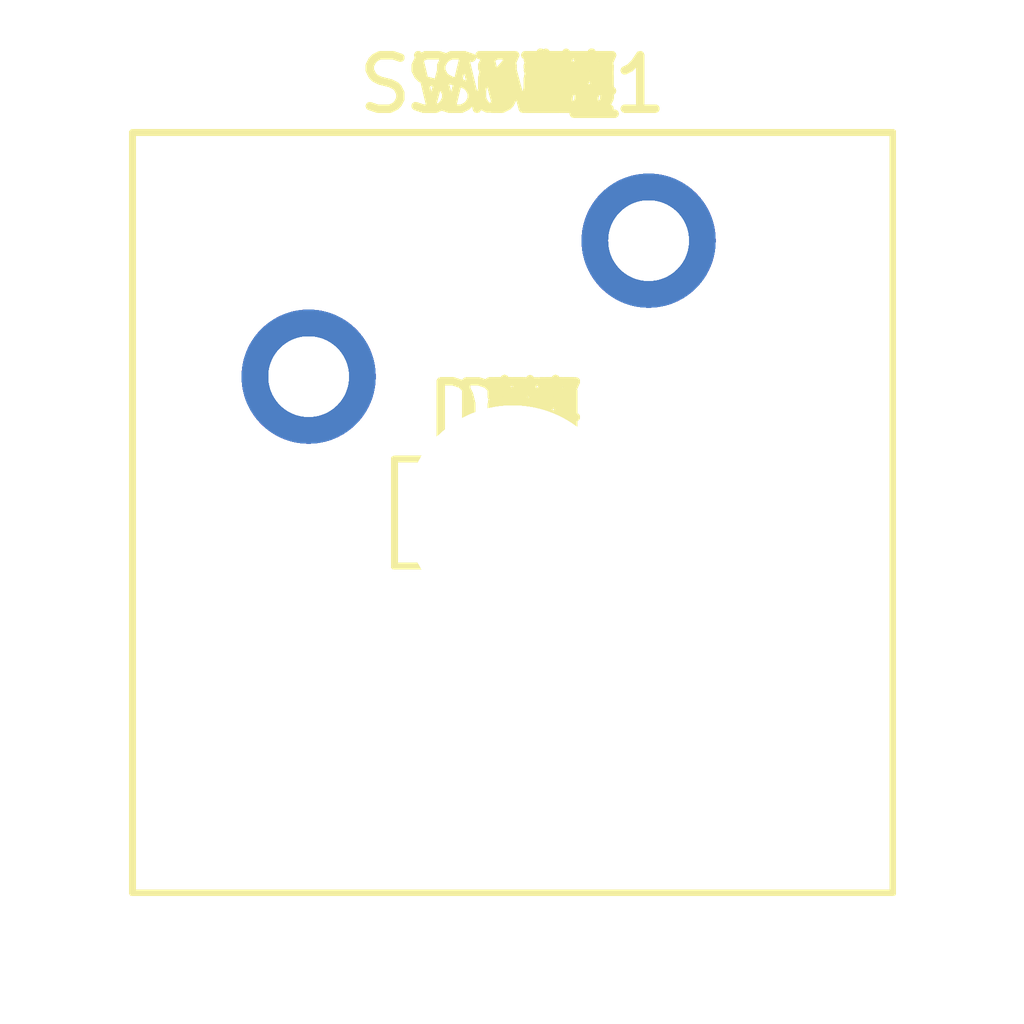
<source format=kicad_pcb>
(kicad_pcb (version 20240108) (generator "pcbnew") (generator_version "8.0")
  (layers (0 "F.Cu" signal) (31 "B.Cu" signal) (34 "B.Paste" user) (35 "F.Paste" user) (36 "B.SilkS" user "B.Silkscreen") (37 "F.SilkS" user "F.Silkscreen") (38 "B.Mask" user) (39 "F.Mask" user) (44 "Edge.Cuts" user))
  (net 0 "")
  (net 1 "COL0")
  (net 2 "COL1")
  (net 3 "COL2")
  (net 4 "COL3")
  (net 5 "COL4")
  (net 6 "COL5")
  (net 7 "COL6")
  (net 8 "COL7")
  (net 9 "COL8")
  (net 10 "COL9")
  (net 11 "COL10")
  (net 12 "COL11")
  (net 13 "COL12")
  (net 14 "COL13")
  (net 15 "COL14")
  (net 16 "COL15")
  (net 17 "COL16")
  (net 18 "Net-(D1-A)")
  (net 19 "Net-(D2-A)")
  (net 20 "Net-(D3-A)")
  (net 21 "Net-(D4-A)")
  (net 22 "Net-(D5-A)")
  (net 23 "Net-(D6-A)")
  (net 24 "Net-(D7-A)")
  (net 25 "Net-(D8-A)")
  (net 26 "Net-(D9-A)")
  (net 27 "Net-(D10-A)")
  (net 28 "Net-(D11-A)")
  (net 29 "Net-(D12-A)")
  (net 30 "Net-(D13-A)")
  (net 31 "Net-(D14-A)")
  (net 32 "Net-(D15-A)")
  (net 33 "Net-(D16-A)")
  (net 34 "Net-(D17-A)")
  (net 35 "Net-(D18-A)")
  (net 36 "Net-(D19-A)")
  (net 37 "Net-(D20-A)")
  (net 38 "Net-(D21-A)")
  (net 39 "Net-(D22-A)")
  (net 40 "Net-(D23-A)")
  (net 41 "Net-(D24-A)")
  (net 42 "Net-(D25-A)")
  (net 43 "Net-(D26-A)")
  (net 44 "Net-(D27-A)")
  (net 45 "Net-(D28-A)")
  (net 46 "Net-(D29-A)")
  (net 47 "Net-(D30-A)")
  (net 48 "Net-(D31-A)")
  (net 49 "Net-(D32-A)")
  (net 50 "Net-(D33-A)")
  (net 51 "Net-(D34-A)")
  (net 52 "Net-(D35-A)")
  (net 53 "Net-(D36-A)")
  (net 54 "Net-(D37-A)")
  (net 55 "Net-(D38-A)")
  (net 56 "Net-(D39-A)")
  (net 57 "Net-(D40-A)")
  (net 58 "Net-(D41-A)")
  (net 59 "Net-(D42-A)")
  (net 60 "Net-(D43-A)")
  (net 61 "Net-(D44-A)")
  (net 62 "Net-(D45-A)")
  (net 63 "Net-(D46-A)")
  (net 64 "Net-(D47-A)")
  (net 65 "Net-(D48-A)")
  (net 66 "Net-(D49-A)")
  (net 67 "Net-(D50-A)")
  (net 68 "Net-(D51-A)")
  (net 69 "Net-(D52-A)")
  (net 70 "Net-(D53-A)")
  (net 71 "Net-(D54-A)")
  (net 72 "Net-(D55-A)")
  (net 73 "Net-(D56-A)")
  (net 74 "Net-(D57-A)")
  (net 75 "Net-(D58-A)")
  (net 76 "Net-(D59-A)")
  (net 77 "Net-(D60-A)")
  (net 78 "Net-(D61-A)")
  (net 79 "Net-(D62-A)")
  (net 80 "Net-(D63-A)")
  (net 81 "Net-(D64-A)")
  (net 82 "Net-(D65-A)")
  (net 83 "Net-(D66-A)")
  (net 84 "Net-(D67-A)")
  (net 85 "Net-(D68-A)")
  (net 86 "Net-(D69-A)")
  (net 87 "Net-(D70-A)")
  (net 88 "Net-(D71-A)")
  (net 89 "Net-(D72-A)")
  (net 90 "Net-(D73-A)")
  (net 91 "Net-(D74-A)")
  (net 92 "Net-(D75-A)")
  (net 93 "Net-(D76-A)")
  (net 94 "Net-(D77-A)")
  (net 95 "Net-(D78-A)")
  (net 96 "Net-(D79-A)")
  (net 97 "Net-(D80-A)")
  (net 98 "Net-(D81-A)")
  (net 99 "Net-(D82-A)")
  (net 100 "Net-(D83-A)")
  (net 101 "Net-(D84-A)")
  (net 102 "Net-(D85-A)")
  (net 103 "Net-(D86-A)")
  (net 104 "Net-(D87-A)")
  (net 105 "ROW0")
  (net 106 "ROW1")
  (net 107 "ROW2")
  (net 108 "ROW3")
  (net 109 "ROW4")
  (net 110 "ROW5")
  (footprint "D_SOD-123F" (layer "F.Cu") (at 0 0)
    (property "Reference" "D54")
    (property "Value" "D")
  )
  (footprint "SW_Cherry_MX_PCB_1.00u" (layer "F.Cu") (at 0 0)
    (property "Reference" "SW60")
    (property "Value" "SW_Push")
  )
  (footprint "D_SOD-123F" (layer "F.Cu") (at 0 0)
    (property "Reference" "D27")
    (property "Value" "D")
  )
  (footprint "D_SOD-123F" (layer "F.Cu") (at 0 0)
    (property "Reference" "D7")
    (property "Value" "D")
  )
  (footprint "SW_Cherry_MX_PCB_1.00u" (layer "F.Cu") (at 0 0)
    (property "Reference" "SW66")
    (property "Value" "SW_Push")
  )
  (footprint "D_SOD-123F" (layer "F.Cu") (at 0 0)
    (property "Reference" "D71")
    (property "Value" "D")
  )
  (footprint "D_SOD-123F" (layer "F.Cu") (at 0 0)
    (property "Reference" "D61")
    (property "Value" "D")
  )
  (footprint "D_SOD-123F" (layer "F.Cu") (at 0 0)
    (property "Reference" "D45")
    (property "Value" "D")
  )
  (footprint "D_SOD-123F" (layer "F.Cu") (at 0 0)
    (property "Reference" "D34")
    (property "Value" "D")
  )
  (footprint "SW_Cherry_MX_PCB_1.00u" (layer "F.Cu") (at 0 0)
    (property "Reference" "SW67")
    (property "Value" "SW_Push")
  )
  (footprint "SW_Cherry_MX_PCB_1.00u" (layer "F.Cu") (at 0 0)
    (property "Reference" "SW40")
    (property "Value" "SW_Push")
  )
  (footprint "SW_Cherry_MX_PCB_1.00u" (layer "F.Cu") (at 0 0)
    (property "Reference" "SW3")
    (property "Value" "SW_Push")
  )
  (footprint "D_SOD-123F" (layer "F.Cu") (at 0 0)
    (property "Reference" "D16")
    (property "Value" "D")
  )
  (footprint "SW_Cherry_MX_PCB_1.00u" (layer "F.Cu") (at 0 0)
    (property "Reference" "SW84")
    (property "Value" "SW_Push")
  )
  (footprint "SW_Cherry_MX_PCB_1.00u" (layer "F.Cu") (at 0 0)
    (property "Reference" "SW17")
    (property "Value" "SW_Push")
  )
  (footprint "SW_Cherry_MX_PCB_1.00u" (layer "F.Cu") (at 0 0)
    (property "Reference" "SW1")
    (property "Value" "SW_Push")
  )
  (footprint "SW_Cherry_MX_PCB_1.00u" (layer "F.Cu") (at 0 0)
    (property "Reference" "SW73")
    (property "Value" "SW_Push")
  )
  (footprint "D_SOD-123F" (layer "F.Cu") (at 0 0)
    (property "Reference" "D75")
    (property "Value" "D")
  )
  (footprint "SW_Cherry_MX_PCB_1.00u" (layer "F.Cu") (at 0 0)
    (property "Reference" "SW79_1")
    (property "Value" "SW_Push")
  )
  (footprint "D_SOD-123F" (layer "F.Cu") (at 0 0)
    (property "Reference" "D5")
    (property "Value" "D")
  )
  (footprint "SW_Cherry_MX_PCB_1.00u" (layer "F.Cu") (at 0 0)
    (property "Reference" "SW83")
    (property "Value" "SW_Push")
  )
  (footprint "D_SOD-123F" (layer "F.Cu") (at 0 0)
    (property "Reference" "D44")
    (property "Value" "D")
  )
  (footprint "SW_Cherry_MX_PCB_1.00u" (layer "F.Cu") (at 0 0)
    (property "Reference" "SW75")
    (property "Value" "SW_Push")
  )
  (footprint "SW_Cherry_MX_PCB_1.00u" (layer "F.Cu") (at 0 0)
    (property "Reference" "SW23")
    (property "Value" "SW_Push")
  )
  (footprint "D_SOD-123F" (layer "F.Cu") (at 0 0)
    (property "Reference" "D85")
    (property "Value" "D")
  )
  (footprint "SW_Cherry_MX_PCB_1.00u" (layer "F.Cu") (at 0 0)
    (property "Reference" "SW82")
    (property "Value" "SW_Push")
  )
  (footprint "SW_Cherry_MX_PCB_1.00u" (layer "F.Cu") (at 0 0)
    (property "Reference" "SW20")
    (property "Value" "SW_Push")
  )
  (footprint "SW_Cherry_MX_PCB_1.00u" (layer "F.Cu") (at 0 0)
    (property "Reference" "SW56")
    (property "Value" "SW_Push")
  )
  (footprint "SW_Cherry_MX_PCB_1.00u" (layer "F.Cu") (at 0 0)
    (property "Reference" "SW82_1")
    (property "Value" "SW_Push")
  )
  (footprint "D_SOD-123F" (layer "F.Cu") (at 0 0)
    (property "Reference" "D70")
    (property "Value" "D")
  )
  (footprint "D_SOD-123F" (layer "F.Cu") (at 0 0)
    (property "Reference" "D29")
    (property "Value" "D")
  )
  (footprint "SW_Cherry_MX_PCB_1.00u" (layer "F.Cu") (at 0 0)
    (property "Reference" "SW28")
    (property "Value" "SW_Push")
  )
  (footprint "D_SOD-123F" (layer "F.Cu") (at 0 0)
    (property "Reference" "D33")
    (property "Value" "D")
  )
  (footprint "SW_Cherry_MX_PCB_1.00u" (layer "F.Cu") (at 0 0)
    (property "Reference" "SW54")
    (property "Value" "SW_Push")
  )
  (footprint "D_SOD-123F" (layer "F.Cu") (at 0 0)
    (property "Reference" "D50")
    (property "Value" "D")
  )
  (footprint "SW_Cherry_MX_PCB_1.00u" (layer "F.Cu") (at 0 0)
    (property "Reference" "SW21")
    (property "Value" "SW_Push")
  )
  (footprint "SW_Cherry_MX_PCB_1.00u" (layer "F.Cu") (at 0 0)
    (property "Reference" "SW70")
    (property "Value" "SW_Push")
  )
  (footprint "SW_Cherry_MX_PCB_1.00u" (layer "F.Cu") (at 0 0)
    (property "Reference" "SW46")
    (property "Value" "SW_Push")
  )
  (footprint "SW_Cherry_MX_PCB_1.00u" (layer "F.Cu") (at 0 0)
    (property "Reference" "SW26")
    (property "Value" "SW_Push")
  )
  (footprint "SW_Cherry_MX_PCB_1.00u" (layer "F.Cu") (at 0 0)
    (property "Reference" "SW63_1")
    (property "Value" "SW_Push")
  )
  (footprint "SW_Cherry_MX_PCB_1.00u" (layer "F.Cu") (at 0 0)
    (property "Reference" "SW81_1")
    (property "Value" "SW_Push")
  )
  (footprint "D_SOD-123F" (layer "F.Cu") (at 0 0)
    (property "Reference" "D32")
    (property "Value" "D")
  )
  (footprint "D_SOD-123F" (layer "F.Cu") (at 0 0)
    (property "Reference" "D25")
    (property "Value" "D")
  )
  (footprint "SW_Cherry_MX_PCB_1.00u" (layer "F.Cu") (at 0 0)
    (property "Reference" "SW32")
    (property "Value" "SW_Push")
  )
  (footprint "D_SOD-123F" (layer "F.Cu") (at 0 0)
    (property "Reference" "D17")
    (property "Value" "D")
  )
  (footprint "D_SOD-123F" (layer "F.Cu") (at 0 0)
    (property "Reference" "D42")
    (property "Value" "D")
  )
  (footprint "D_SOD-123F" (layer "F.Cu") (at 0 0)
    (property "Reference" "D4")
    (property "Value" "D")
  )
  (footprint "SW_Cherry_MX_PCB_1.00u" (layer "F.Cu") (at 0 0)
    (property "Reference" "SW18")
    (property "Value" "SW_Push")
  )
  (footprint "D_SOD-123F" (layer "F.Cu") (at 0 0)
    (property "Reference" "D48")
    (property "Value" "D")
  )
  (footprint "D_SOD-123F" (layer "F.Cu") (at 0 0)
    (property "Reference" "D8")
    (property "Value" "D")
  )
  (footprint "SW_Cherry_MX_PCB_1.00u" (layer "F.Cu") (at 0 0)
    (property "Reference" "SW68")
    (property "Value" "SW_Push")
  )
  (footprint "D_SOD-123F" (layer "F.Cu") (at 0 0)
    (property "Reference" "D59")
    (property "Value" "D")
  )
  (footprint "SW_Cherry_MX_PCB_1.00u" (layer "F.Cu") (at 0 0)
    (property "Reference" "SW5")
    (property "Value" "SW_Push")
  )
  (footprint "SW_Cherry_MX_PCB_1.00u" (layer "F.Cu") (at 0 0)
    (property "Reference" "SW80")
    (property "Value" "SW_Push")
  )
  (footprint "SW_Cherry_MX_PCB_1.00u" (layer "F.Cu") (at 0 0)
    (property "Reference" "SW37")
    (property "Value" "SW_Push")
  )
  (footprint "D_SOD-123F" (layer "F.Cu") (at 0 0)
    (property "Reference" "D62")
    (property "Value" "D")
  )
  (footprint "SW_Cherry_MX_PCB_1.00u" (layer "F.Cu") (at 0 0)
    (property "Reference" "SW9")
    (property "Value" "SW_Push")
  )
  (footprint "SW_Cherry_MX_PCB_1.00u" (layer "F.Cu") (at 0 0)
    (property "Reference" "SW64")
    (property "Value" "SW_Push")
  )
  (footprint "D_SOD-123F" (layer "F.Cu") (at 0 0)
    (property "Reference" "D84")
    (property "Value" "D")
  )
  (footprint "D_SOD-123F" (layer "F.Cu") (at 0 0)
    (property "Reference" "D47")
    (property "Value" "D")
  )
  (footprint "D_SOD-123F" (layer "F.Cu") (at 0 0)
    (property "Reference" "D38")
    (property "Value" "D")
  )
  (footprint "SW_Cherry_MX_PCB_1.00u" (layer "F.Cu") (at 0 0)
    (property "Reference" "SW78_1")
    (property "Value" "SW_Push")
  )
  (footprint "SW_Cherry_MX_PCB_1.00u" (layer "F.Cu") (at 0 0)
    (property "Reference" "SW76_1")
    (property "Value" "SW_Push")
  )
  (footprint "SW_Cherry_MX_PCB_1.00u" (layer "F.Cu") (at 0 0)
    (property "Reference" "SW76")
    (property "Value" "SW_Push")
  )
  (footprint "SW_Cherry_MX_PCB_1.00u" (layer "F.Cu") (at 0 0)
    (property "Reference" "SW7")
    (property "Value" "SW_Push")
  )
  (footprint "D_SOD-123F" (layer "F.Cu") (at 0 0)
    (property "Reference" "D26")
    (property "Value" "D")
  )
  (footprint "D_SOD-123F" (layer "F.Cu") (at 0 0)
    (property "Reference" "D28")
    (property "Value" "D")
  )
  (footprint "D_SOD-123F" (layer "F.Cu") (at 0 0)
    (property "Reference" "D22")
    (property "Value" "D")
  )
  (footprint "D_SOD-123F" (layer "F.Cu") (at 0 0)
    (property "Reference" "D72")
    (property "Value" "D")
  )
  (footprint "SW_Cherry_MX_PCB_1.00u" (layer "F.Cu") (at 0 0)
    (property "Reference" "SW85")
    (property "Value" "SW_Push")
  )
  (footprint "SW_Cherry_MX_PCB_1.00u" (layer "F.Cu") (at 0 0)
    (property "Reference" "SW78")
    (property "Value" "SW_Push")
  )
  (footprint "D_SOD-123F" (layer "F.Cu") (at 0 0)
    (property "Reference" "D43")
    (property "Value" "D")
  )
  (footprint "SW_Cherry_MX_PCB_1.00u" (layer "F.Cu") (at 0 0)
    (property "Reference" "SW45")
    (property "Value" "SW_Push")
  )
  (footprint "SW_Cherry_MX_PCB_1.00u" (layer "F.Cu") (at 0 0)
    (property "Reference" "SW58")
    (property "Value" "SW_Push")
  )
  (footprint "D_SOD-123F" (layer "F.Cu") (at 0 0)
    (property "Reference" "D58")
    (property "Value" "D")
  )
  (footprint "SW_Cherry_MX_PCB_1.00u" (layer "F.Cu") (at 0 0)
    (property "Reference" "SW34")
    (property "Value" "SW_Push")
  )
  (footprint "SW_Cherry_MX_PCB_1.00u" (layer "F.Cu") (at 0 0)
    (property "Reference" "SW77")
    (property "Value" "SW_Push")
  )
  (footprint "SW_Cherry_MX_PCB_1.00u" (layer "F.Cu") (at 0 0)
    (property "Reference" "SW4")
    (property "Value" "SW_Push")
  )
  (footprint "SW_Cherry_MX_PCB_1.00u" (layer "F.Cu") (at 0 0)
    (property "Reference" "SW47")
    (property "Value" "SW_Push")
  )
  (footprint "SW_Cherry_MX_PCB_1.00u" (layer "F.Cu") (at 0 0)
    (property "Reference" "SW84_1")
    (property "Value" "SW_Push")
  )
  (footprint "D_SOD-123F" (layer "F.Cu") (at 0 0)
    (property "Reference" "D24")
    (property "Value" "D")
  )
  (footprint "D_SOD-123F" (layer "F.Cu") (at 0 0)
    (property "Reference" "D18")
    (property "Value" "D")
  )
  (footprint "SW_Cherry_MX_PCB_1.00u" (layer "F.Cu") (at 0 0)
    (property "Reference" "SW59")
    (property "Value" "SW_Push")
  )
  (footprint "SW_Cherry_MX_PCB_1.00u" (layer "F.Cu") (at 0 0)
    (property "Reference" "SW36")
    (property "Value" "SW_Push")
  )
  (footprint "D_SOD-123F" (layer "F.Cu") (at 0 0)
    (property "Reference" "D2")
    (property "Value" "D")
  )
  (footprint "D_SOD-123F" (layer "F.Cu") (at 0 0)
    (property "Reference" "D67")
    (property "Value" "D")
  )
  (footprint "D_SOD-123F" (layer "F.Cu") (at 0 0)
    (property "Reference" "D3")
    (property "Value" "D")
  )
  (footprint "D_SOD-123F" (layer "F.Cu") (at 0 0)
    (property "Reference" "D10")
    (property "Value" "D")
  )
  (footprint "D_SOD-123F" (layer "F.Cu") (at 0 0)
    (property "Reference" "D79")
    (property "Value" "D")
  )
  (footprint "D_SOD-123F" (layer "F.Cu") (at 0 0)
    (property "Reference" "D74")
    (property "Value" "D")
  )
  (footprint "SW_Cherry_MX_PCB_1.00u" (layer "F.Cu") (at 0 0)
    (property "Reference" "SW25")
    (property "Value" "SW_Push")
  )
  (footprint "SW_Cherry_MX_PCB_1.00u" (layer "F.Cu") (at 0 0)
    (property "Reference" "SW13")
    (property "Value" "SW_Push")
  )
  (footprint "D_SOD-123F" (layer "F.Cu") (at 0 0)
    (property "Reference" "D83")
    (property "Value" "D")
  )
  (footprint "SW_Cherry_MX_PCB_1.00u" (layer "F.Cu") (at 0 0)
    (property "Reference" "SW53")
    (property "Value" "SW_Push")
  )
  (footprint "SW_Cherry_MX_PCB_1.00u" (layer "F.Cu") (at 0 0)
    (property "Reference" "SW63")
    (property "Value" "SW_Push")
  )
  (footprint "SW_Cherry_MX_PCB_1.00u" (layer "F.Cu") (at 0 0)
    (property "Reference" "SW39")
    (property "Value" "SW_Push")
  )
  (footprint "SW_Cherry_MX_PCB_1.00u" (layer "F.Cu") (at 0 0)
    (property "Reference" "SW2")
    (property "Value" "SW_Push")
  )
  (footprint "D_SOD-123F" (layer "F.Cu") (at 0 0)
    (property "Reference" "D23")
    (property "Value" "D")
  )
  (footprint "SW_Cherry_MX_PCB_1.00u" (layer "F.Cu") (at 0 0)
    (property "Reference" "SW49")
    (property "Value" "SW_Push")
  )
  (footprint "SW_Cherry_MX_PCB_1.00u" (layer "F.Cu") (at 0 0)
    (property "Reference" "SW14")
    (property "Value" "SW_Push")
  )
  (footprint "D_SOD-123F" (layer "F.Cu") (at 0 0)
    (property "Reference" "D81")
    (property "Value" "D")
  )
  (footprint "D_SOD-123F" (layer "F.Cu") (at 0 0)
    (property "Reference" "D87")
    (property "Value" "D")
  )
  (footprint "SW_Cherry_MX_PCB_1.00u" (layer "F.Cu") (at 0 0)
    (property "Reference" "SW44")
    (property "Value" "SW_Push")
  )
  (footprint "SW_Cherry_MX_PCB_1.00u" (layer "F.Cu") (at 0 0)
    (property "Reference" "SW81")
    (property "Value" "SW_Push")
  )
  (footprint "D_SOD-123F" (layer "F.Cu") (at 0 0)
    (property "Reference" "D60")
    (property "Value" "D")
  )
  (footprint "SW_Cherry_MX_PCB_1.00u" (layer "F.Cu") (at 0 0)
    (property "Reference" "SW30")
    (property "Value" "SW_Push")
  )
  (footprint "D_SOD-123F" (layer "F.Cu") (at 0 0)
    (property "Reference" "D30")
    (property "Value" "D")
  )
  (footprint "SW_Cherry_MX_PCB_1.00u" (layer "F.Cu") (at 0 0)
    (property "Reference" "SW71")
    (property "Value" "SW_Push")
  )
  (footprint "D_SOD-123F" (layer "F.Cu") (at 0 0)
    (property "Reference" "D49")
    (property "Value" "D")
  )
  (footprint "SW_Cherry_MX_PCB_1.00u" (layer "F.Cu") (at 0 0)
    (property "Reference" "SW8")
    (property "Value" "SW_Push")
  )
  (footprint "SW_Cherry_MX_PCB_1.00u" (layer "F.Cu") (at 0 0)
    (property "Reference" "SW24")
    (property "Value" "SW_Push")
  )
  (footprint "D_SOD-123F" (layer "F.Cu") (at 0 0)
    (property "Reference" "D11")
    (property "Value" "D")
  )
  (footprint "SW_Cherry_MX_PCB_1.00u" (layer "F.Cu") (at 0 0)
    (property "Reference" "SW74")
    (property "Value" "SW_Push")
  )
  (footprint "SW_Cherry_MX_PCB_1.00u" (layer "F.Cu") (at 0 0)
    (property "Reference" "SW86")
    (property "Value" "SW_Push")
  )
  (footprint "SW_Cherry_MX_PCB_1.00u" (layer "F.Cu") (at 0 0)
    (property "Reference" "SW22")
    (property "Value" "SW_Push")
  )
  (footprint "D_SOD-123F" (layer "F.Cu") (at 0 0)
    (property "Reference" "D86")
    (property "Value" "D")
  )
  (footprint "D_SOD-123F" (layer "F.Cu") (at 0 0)
    (property "Reference" "D51")
    (property "Value" "D")
  )
  (footprint "D_SOD-123F" (layer "F.Cu") (at 0 0)
    (property "Reference" "D41")
    (property "Value" "D")
  )
  (footprint "SW_Cherry_MX_PCB_1.00u" (layer "F.Cu") (at 0 0)
    (property "Reference" "SW61")
    (property "Value" "SW_Push")
  )
  (footprint "D_SOD-123F" (layer "F.Cu") (at 0 0)
    (property "Reference" "D13")
    (property "Value" "D")
  )
  (footprint "D_SOD-123F" (layer "F.Cu") (at 0 0)
    (property "Reference" "D78")
    (property "Value" "D")
  )
  (footprint "SW_Cherry_MX_PCB_1.00u" (layer "F.Cu") (at 0 0)
    (property "Reference" "SW69")
    (property "Value" "SW_Push")
  )
  (footprint "D_SOD-123F" (layer "F.Cu") (at 0 0)
    (property "Reference" "D1")
    (property "Value" "D")
  )
  (footprint "SW_Cherry_MX_PCB_1.00u" (layer "F.Cu") (at 0 0)
    (property "Reference" "SW87")
    (property "Value" "SW_Push")
  )
  (footprint "D_SOD-123F" (layer "F.Cu") (at 0 0)
    (property "Reference" "D55")
    (property "Value" "D")
  )
  (footprint "D_SOD-123F" (layer "F.Cu") (at 0 0)
    (property "Reference" "D77")
    (property "Value" "D")
  )
  (footprint "SW_Cherry_MX_PCB_1.00u" (layer "F.Cu") (at 0 0)
    (property "Reference" "SW62")
    (property "Value" "SW_Push")
  )
  (footprint "D_SOD-123F" (layer "F.Cu") (at 0 0)
    (property "Reference" "D57")
    (property "Value" "D")
  )
  (footprint "D_SOD-123F" (layer "F.Cu") (at 0 0)
    (property "Reference" "D12")
    (property "Value" "D")
  )
  (footprint "D_SOD-123F" (layer "F.Cu") (at 0 0)
    (property "Reference" "D31")
    (property "Value" "D")
  )
  (footprint "D_SOD-123F" (layer "F.Cu") (at 0 0)
    (property "Reference" "D68")
    (property "Value" "D")
  )
  (footprint "D_SOD-123F" (layer "F.Cu") (at 0 0)
    (property "Reference" "D64")
    (property "Value" "D")
  )
  (footprint "SW_Cherry_MX_PCB_1.00u" (layer "F.Cu") (at 0 0)
    (property "Reference" "SW29")
    (property "Value" "SW_Push")
  )
  (footprint "SW_Cherry_MX_PCB_1.00u" (layer "F.Cu") (at 0 0)
    (property "Reference" "SW6")
    (property "Value" "SW_Push")
  )
  (footprint "SW_Cherry_MX_PCB_1.00u" (layer "F.Cu") (at 0 0)
    (property "Reference" "SW35")
    (property "Value" "SW_Push")
  )
  (footprint "D_SOD-123F" (layer "F.Cu") (at 0 0)
    (property "Reference" "D14")
    (property "Value" "D")
  )
  (footprint "SW_Cherry_MX_PCB_1.00u" (layer "F.Cu") (at 0 0)
    (property "Reference" "SW43")
    (property "Value" "SW_Push")
  )
  (footprint "SW_Cherry_MX_PCB_1.00u" (layer "F.Cu") (at 0 0)
    (property "Reference" "SW48")
    (property "Value" "SW_Push")
  )
  (footprint "D_SOD-123F" (layer "F.Cu") (at 0 0)
    (property "Reference" "D19")
    (property "Value" "D")
  )
  (footprint "SW_Cherry_MX_PCB_1.00u" (layer "F.Cu") (at 0 0)
    (property "Reference" "SW52")
    (property "Value" "SW_Push")
  )
  (footprint "SW_Cherry_MX_PCB_1.00u" (layer "F.Cu") (at 0 0)
    (property "Reference" "SW27")
    (property "Value" "SW_Push")
  )
  (footprint "SW_Cherry_MX_PCB_1.00u" (layer "F.Cu") (at 0 0)
    (property "Reference" "SW11")
    (property "Value" "SW_Push")
  )
  (footprint "SW_Cherry_MX_PCB_1.00u" (layer "F.Cu") (at 0 0)
    (property "Reference" "SW57")
    (property "Value" "SW_Push")
  )
  (footprint "SW_Cherry_MX_PCB_1.00u" (layer "F.Cu") (at 0 0)
    (property "Reference" "SW16")
    (property "Value" "SW_Push")
  )
  (footprint "SW_Cherry_MX_PCB_1.00u" (layer "F.Cu") (at 0 0)
    (property "Reference" "SW51")
    (property "Value" "SW_Push")
  )
  (footprint "D_SOD-123F" (layer "F.Cu") (at 0 0)
    (property "Reference" "D52")
    (property "Value" "D")
  )
  (footprint "D_SOD-123F" (layer "F.Cu") (at 0 0)
    (property "Reference" "D66")
    (property "Value" "D")
  )
  (footprint "D_SOD-123F" (layer "F.Cu") (at 0 0)
    (property "Reference" "D9")
    (property "Value" "D")
  )
  (footprint "SW_Cherry_MX_PCB_1.00u" (layer "F.Cu") (at 0 0)
    (property "Reference" "SW50")
    (property "Value" "SW_Push")
  )
  (footprint "SW_Cherry_MX_PCB_1.00u" (layer "F.Cu") (at 0 0)
    (property "Reference" "SW55")
    (property "Value" "SW_Push")
  )
  (footprint "SW_Cherry_MX_PCB_1.00u" (layer "F.Cu") (at 0 0)
    (property "Reference" "SW12")
    (property "Value" "SW_Push")
  )
  (footprint "D_SOD-123F" (layer "F.Cu") (at 0 0)
    (property "Reference" "D63")
    (property "Value" "D")
  )
  (footprint "SW_Cherry_MX_PCB_1.00u" (layer "F.Cu") (at 0 0)
    (property "Reference" "SW31")
    (property "Value" "SW_Push")
  )
  (footprint "SW_Cherry_MX_PCB_1.00u" (layer "F.Cu") (at 0 0)
    (property "Reference" "SW15")
    (property "Value" "SW_Push")
  )
  (footprint "SW_Cherry_MX_PCB_1.00u" (layer "F.Cu") (at 0 0)
    (property "Reference" "SW65")
    (property "Value" "SW_Push")
  )
  (footprint "D_SOD-123F" (layer "F.Cu") (at 0 0)
    (property "Reference" "D80")
    (property "Value" "D")
  )
  (footprint "D_SOD-123F" (layer "F.Cu") (at 0 0)
    (property "Reference" "D73")
    (property "Value" "D")
  )
  (footprint "SW_Cherry_MX_PCB_1.00u" (layer "F.Cu") (at 0 0)
    (property "Reference" "SW33")
    (property "Value" "SW_Push")
  )
  (footprint "D_SOD-123F" (layer "F.Cu") (at 0 0)
    (property "Reference" "D82")
    (property "Value" "D")
  )
  (footprint "D_SOD-123F" (layer "F.Cu") (at 0 0)
    (property "Reference" "D40")
    (property "Value" "D")
  )
  (footprint "D_SOD-123F" (layer "F.Cu") (at 0 0)
    (property "Reference" "D35")
    (property "Value" "D")
  )
  (footprint "D_SOD-123F" (layer "F.Cu") (at 0 0)
    (property "Reference" "D76")
    (property "Value" "D")
  )
  (footprint "SW_Cherry_MX_PCB_1.00u" (layer "F.Cu") (at 0 0)
    (property "Reference" "SW79")
    (property "Value" "SW_Push")
  )
  (footprint "SW_Cherry_MX_PCB_1.00u" (layer "F.Cu") (at 0 0)
    (property "Reference" "SW42")
    (property "Value" "SW_Push")
  )
  (footprint "SW_Cherry_MX_PCB_1.00u" (layer "F.Cu") (at 0 0)
    (property "Reference" "SW10")
    (property "Value" "SW_Push")
  )
  (footprint "D_SOD-123F" (layer "F.Cu") (at 0 0)
    (property "Reference" "D37")
    (property "Value" "D")
  )
  (footprint "D_SOD-123F" (layer "F.Cu") (at 0 0)
    (property "Reference" "D53")
    (property "Value" "D")
  )
  (footprint "SW_Cherry_MX_PCB_1.00u" (layer "F.Cu") (at 0 0)
    (property "Reference" "SW41")
    (property "Value" "SW_Push")
  )
  (footprint "SW_Cherry_MX_PCB_1.00u" (layer "F.Cu") (at 0 0)
    (property "Reference" "SW31_1")
    (property "Value" "SW_Push")
  )
  (footprint "SW_Cherry_MX_PCB_1.00u" (layer "F.Cu") (at 0 0)
    (property "Reference" "SW72")
    (property "Value" "SW_Push")
  )
  (footprint "D_SOD-123F" (layer "F.Cu") (at 0 0)
    (property "Reference" "D46")
    (property "Value" "D")
  )
  (footprint "D_SOD-123F" (layer "F.Cu") (at 0 0)
    (property "Reference" "D21")
    (property "Value" "D")
  )
  (footprint "D_SOD-123F" (layer "F.Cu") (at 0 0)
    (property "Reference" "D15")
    (property "Value" "D")
  )
  (footprint "D_SOD-123F" (layer "F.Cu") (at 0 0)
    (property "Reference" "D65")
    (property "Value" "D")
  )
  (footprint "SW_Cherry_MX_PCB_1.00u" (layer "F.Cu") (at 0 0)
    (property "Reference" "SW61_1")
    (property "Value" "SW_Push")
  )
  (footprint "D_SOD-123F" (layer "F.Cu") (at 0 0)
    (property "Reference" "D20")
    (property "Value" "D")
  )
  (footprint "D_SOD-123F" (layer "F.Cu") (at 0 0)
    (property "Reference" "D69")
    (property "Value" "D")
  )
  (footprint "D_SOD-123F" (layer "F.Cu") (at 0 0)
    (property "Reference" "D6")
    (property "Value" "D")
  )
  (footprint "D_SOD-123F" (layer "F.Cu") (at 0 0)
    (property "Reference" "D39")
    (property "Value" "D")
  )
  (footprint "SW_Cherry_MX_PCB_1.00u" (layer "F.Cu") (at 0 0)
    (property "Reference" "SW19")
    (property "Value" "SW_Push")
  )
  (footprint "SW_Cherry_MX_PCB_1.00u" (layer "F.Cu") (at 0 0)
    (property "Reference" "SW38")
    (property "Value" "SW_Push")
  )
  (footprint "D_SOD-123F" (layer "F.Cu") (at 0 0)
    (property "Reference" "D36")
    (property "Value" "D")
  )
  (footprint "D_SOD-123F" (layer "F.Cu") (at 0 0)
    (property "Reference" "D56")
    (property "Value" "D")
  )
)
</source>
